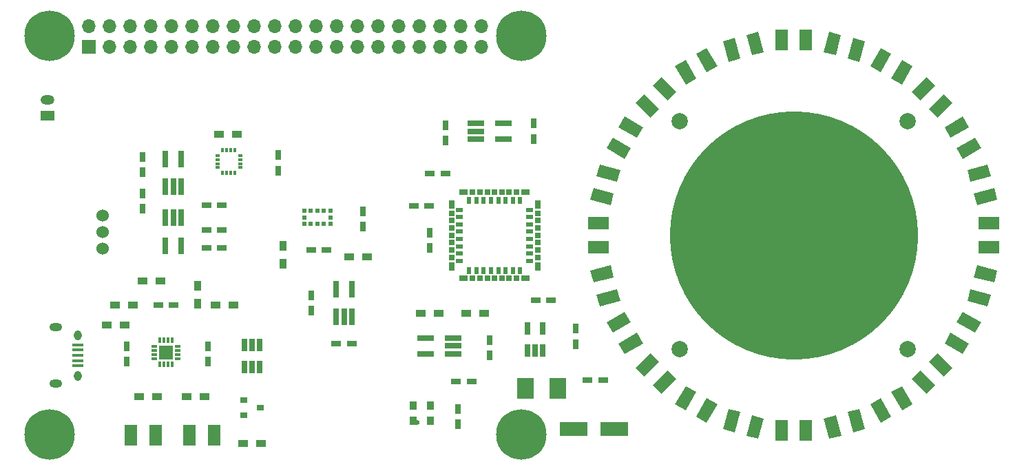
<source format=gts>
G04 #@! TF.FileFunction,Soldermask,Top*
%FSLAX46Y46*%
G04 Gerber Fmt 4.6, Leading zero omitted, Abs format (unit mm)*
G04 Created by KiCad (PCBNEW 4.0.6) date 08/02/17 22:49:11*
%MOMM*%
%LPD*%
G01*
G04 APERTURE LIST*
%ADD10C,0.100000*%
%ADD11R,0.610000X0.320000*%
%ADD12R,0.320000X0.610000*%
%ADD13C,30.500000*%
%ADD14C,6.200000*%
%ADD15R,1.200000X0.750000*%
%ADD16R,0.750000X1.200000*%
%ADD17R,1.500000X2.600000*%
%ADD18R,2.600000X1.500000*%
%ADD19R,1.700000X1.700000*%
%ADD20O,1.700000X1.700000*%
%ADD21R,1.350000X0.400000*%
%ADD22O,0.950000X1.250000*%
%ADD23O,1.550000X1.000000*%
%ADD24R,1.700000X1.200000*%
%ADD25O,1.700000X1.200000*%
%ADD26R,2.000000X2.500000*%
%ADD27R,0.650000X1.560000*%
%ADD28R,0.900000X0.800000*%
%ADD29R,1.200000X0.900000*%
%ADD30R,0.900000X1.200000*%
%ADD31C,1.524000*%
%ADD32R,2.000000X0.650000*%
%ADD33R,0.650000X2.000000*%
%ADD34R,0.500000X0.500000*%
%ADD35R,0.900000X1.000000*%
%ADD36R,0.750000X0.300000*%
%ADD37R,0.300000X0.750000*%
%ADD38R,0.900000X0.900000*%
%ADD39C,2.000000*%
%ADD40R,3.500000X1.800000*%
%ADD41R,0.840000X0.500000*%
%ADD42R,0.500000X0.840000*%
%ADD43R,0.650000X1.100000*%
%ADD44R,0.650000X0.650000*%
%ADD45R,1.100000X0.650000*%
G04 APERTURE END LIST*
D10*
D11*
X124700000Y-79870000D03*
X124700000Y-79370000D03*
X124700000Y-78870000D03*
X124700000Y-78370000D03*
X121910000Y-79870000D03*
X121910000Y-79370000D03*
X121910000Y-78870000D03*
X121910000Y-78370000D03*
D12*
X124050000Y-77720000D03*
X123550000Y-77720000D03*
X123050000Y-77720000D03*
X122550000Y-77720000D03*
X124050000Y-80520000D03*
X123550000Y-80520000D03*
X123050000Y-80520000D03*
X122550000Y-80520000D03*
D13*
X192790000Y-88190000D03*
D14*
X159290000Y-63690000D03*
X159290000Y-112690000D03*
X101290000Y-112690000D03*
X101290000Y-63690000D03*
D15*
X162950000Y-96200000D03*
X161050000Y-96200000D03*
D16*
X166000000Y-99650000D03*
X166000000Y-101550000D03*
D15*
X169350000Y-106000000D03*
X167450000Y-106000000D03*
X149950000Y-80600000D03*
X148050000Y-80600000D03*
D16*
X150000000Y-76550000D03*
X150000000Y-74650000D03*
D15*
X146050000Y-84600000D03*
X147950000Y-84600000D03*
D16*
X160800000Y-74450000D03*
X160800000Y-76350000D03*
X148000000Y-87850000D03*
X148000000Y-89750000D03*
X151500000Y-109550000D03*
X151500000Y-111450000D03*
D15*
X151250000Y-106200000D03*
X153150000Y-106200000D03*
D16*
X155400000Y-102950000D03*
X155400000Y-101050000D03*
D15*
X136550000Y-101500000D03*
X138450000Y-101500000D03*
D16*
X133500000Y-95550000D03*
X133500000Y-97450000D03*
D15*
X135350000Y-90000000D03*
X133450000Y-90000000D03*
D16*
X112750000Y-83050000D03*
X112750000Y-84950000D03*
D15*
X120550000Y-84500000D03*
X122450000Y-84500000D03*
D16*
X129380000Y-80230000D03*
X129380000Y-78330000D03*
X112750000Y-78550000D03*
X112750000Y-80450000D03*
D15*
X120550000Y-87500000D03*
X122450000Y-87500000D03*
X120550000Y-89750000D03*
X122450000Y-89750000D03*
X116550000Y-96800000D03*
X114650000Y-96800000D03*
D16*
X110800000Y-103750000D03*
X110800000Y-101850000D03*
X120800000Y-101850000D03*
X120800000Y-103750000D03*
X139800000Y-87150000D03*
X139800000Y-85250000D03*
D17*
X194290000Y-64190000D03*
X191290000Y-64190000D03*
D10*
G36*
X201509798Y-64326640D02*
X200836869Y-66838047D01*
X199387980Y-66449818D01*
X200060909Y-63938411D01*
X201509798Y-64326640D01*
X201509798Y-64326640D01*
G37*
G36*
X198612020Y-63550182D02*
X197939091Y-66061589D01*
X196490202Y-65673360D01*
X197163131Y-63161953D01*
X198612020Y-63550182D01*
X198612020Y-63550182D01*
G37*
G36*
X207388557Y-67404557D02*
X206088557Y-69656223D01*
X204789519Y-68906223D01*
X206089519Y-66654557D01*
X207388557Y-67404557D01*
X207388557Y-67404557D01*
G37*
G36*
X204790481Y-65904557D02*
X203490481Y-68156223D01*
X202191443Y-67406223D01*
X203491443Y-65154557D01*
X204790481Y-65904557D01*
X204790481Y-65904557D01*
G37*
G36*
X212270792Y-71891188D02*
X210432314Y-73729666D01*
X209371654Y-72669006D01*
X211210132Y-70830528D01*
X212270792Y-71891188D01*
X212270792Y-71891188D01*
G37*
G36*
X210149472Y-69769868D02*
X208310994Y-71608346D01*
X207250334Y-70547686D01*
X209088812Y-68709208D01*
X210149472Y-69769868D01*
X210149472Y-69769868D01*
G37*
D18*
X216790000Y-89690000D03*
X216790000Y-86690000D03*
D10*
G36*
X216645580Y-96911455D02*
X214134173Y-96238526D01*
X214522402Y-94789637D01*
X217033809Y-95462566D01*
X216645580Y-96911455D01*
X216645580Y-96911455D01*
G37*
G36*
X217422038Y-94013677D02*
X214910631Y-93340748D01*
X215298860Y-91891859D01*
X217810267Y-92564788D01*
X217422038Y-94013677D01*
X217422038Y-94013677D01*
G37*
G36*
X213575443Y-102788557D02*
X211323777Y-101488557D01*
X212073777Y-100189519D01*
X214325443Y-101489519D01*
X213575443Y-102788557D01*
X213575443Y-102788557D01*
G37*
G36*
X215075443Y-100190481D02*
X212823777Y-98890481D01*
X213573777Y-97591443D01*
X215825443Y-98891443D01*
X215075443Y-100190481D01*
X215075443Y-100190481D01*
G37*
G36*
X209088812Y-107670792D02*
X207250334Y-105832314D01*
X208310994Y-104771654D01*
X210149472Y-106610132D01*
X209088812Y-107670792D01*
X209088812Y-107670792D01*
G37*
G36*
X211210132Y-105549472D02*
X209371654Y-103710994D01*
X210432314Y-102650334D01*
X212270792Y-104488812D01*
X211210132Y-105549472D01*
X211210132Y-105549472D01*
G37*
D17*
X191290000Y-112190000D03*
X194290000Y-112190000D03*
D10*
G36*
X184068545Y-112045580D02*
X184741474Y-109534173D01*
X186190363Y-109922402D01*
X185517434Y-112433809D01*
X184068545Y-112045580D01*
X184068545Y-112045580D01*
G37*
G36*
X186966323Y-112822038D02*
X187639252Y-110310631D01*
X189088141Y-110698860D01*
X188415212Y-113210267D01*
X186966323Y-112822038D01*
X186966323Y-112822038D01*
G37*
G36*
X178191443Y-108975443D02*
X179491443Y-106723777D01*
X180790481Y-107473777D01*
X179490481Y-109725443D01*
X178191443Y-108975443D01*
X178191443Y-108975443D01*
G37*
G36*
X180789519Y-110475443D02*
X182089519Y-108223777D01*
X183388557Y-108973777D01*
X182088557Y-111225443D01*
X180789519Y-110475443D01*
X180789519Y-110475443D01*
G37*
G36*
X173309208Y-104488812D02*
X175147686Y-102650334D01*
X176208346Y-103710994D01*
X174369868Y-105549472D01*
X173309208Y-104488812D01*
X173309208Y-104488812D01*
G37*
G36*
X175430528Y-106610132D02*
X177269006Y-104771654D01*
X178329666Y-105832314D01*
X176491188Y-107670792D01*
X175430528Y-106610132D01*
X175430528Y-106610132D01*
G37*
D18*
X168790000Y-86690000D03*
X168790000Y-89690000D03*
D10*
G36*
X168934420Y-79468545D02*
X171445827Y-80141474D01*
X171057598Y-81590363D01*
X168546191Y-80917434D01*
X168934420Y-79468545D01*
X168934420Y-79468545D01*
G37*
G36*
X168157962Y-82366323D02*
X170669369Y-83039252D01*
X170281140Y-84488141D01*
X167769733Y-83815212D01*
X168157962Y-82366323D01*
X168157962Y-82366323D01*
G37*
G36*
X172004557Y-73591443D02*
X174256223Y-74891443D01*
X173506223Y-76190481D01*
X171254557Y-74890481D01*
X172004557Y-73591443D01*
X172004557Y-73591443D01*
G37*
G36*
X170504557Y-76189519D02*
X172756223Y-77489519D01*
X172006223Y-78788557D01*
X169754557Y-77488557D01*
X170504557Y-76189519D01*
X170504557Y-76189519D01*
G37*
G36*
X176491188Y-68709208D02*
X178329666Y-70547686D01*
X177269006Y-71608346D01*
X175430528Y-69769868D01*
X176491188Y-68709208D01*
X176491188Y-68709208D01*
G37*
G36*
X174369868Y-70830528D02*
X176208346Y-72669006D01*
X175147686Y-73729666D01*
X173309208Y-71891188D01*
X174369868Y-70830528D01*
X174369868Y-70830528D01*
G37*
G36*
X215825443Y-77488557D02*
X213573777Y-78788557D01*
X212823777Y-77489519D01*
X215075443Y-76189519D01*
X215825443Y-77488557D01*
X215825443Y-77488557D01*
G37*
G36*
X214325443Y-74890481D02*
X212073777Y-76190481D01*
X211323777Y-74891443D01*
X213575443Y-73591443D01*
X214325443Y-74890481D01*
X214325443Y-74890481D01*
G37*
G36*
X203491443Y-111225443D02*
X202191443Y-108973777D01*
X203490481Y-108223777D01*
X204790481Y-110475443D01*
X203491443Y-111225443D01*
X203491443Y-111225443D01*
G37*
G36*
X206089519Y-109725443D02*
X204789519Y-107473777D01*
X206088557Y-106723777D01*
X207388557Y-108975443D01*
X206089519Y-109725443D01*
X206089519Y-109725443D01*
G37*
G36*
X169754557Y-98891443D02*
X172006223Y-97591443D01*
X172756223Y-98890481D01*
X170504557Y-100190481D01*
X169754557Y-98891443D01*
X169754557Y-98891443D01*
G37*
G36*
X171254557Y-101489519D02*
X173506223Y-100189519D01*
X174256223Y-101488557D01*
X172004557Y-102788557D01*
X171254557Y-101489519D01*
X171254557Y-101489519D01*
G37*
G36*
X182088557Y-65154557D02*
X183388557Y-67406223D01*
X182089519Y-68156223D01*
X180789519Y-65904557D01*
X182088557Y-65154557D01*
X182088557Y-65154557D01*
G37*
G36*
X179490481Y-66654557D02*
X180790481Y-68906223D01*
X179491443Y-69656223D01*
X178191443Y-67404557D01*
X179490481Y-66654557D01*
X179490481Y-66654557D01*
G37*
G36*
X217810267Y-83815212D02*
X215298860Y-84488141D01*
X214910631Y-83039252D01*
X217422038Y-82366323D01*
X217810267Y-83815212D01*
X217810267Y-83815212D01*
G37*
G36*
X217033809Y-80917434D02*
X214522402Y-81590363D01*
X214134173Y-80141474D01*
X216645580Y-79468545D01*
X217033809Y-80917434D01*
X217033809Y-80917434D01*
G37*
G36*
X197164788Y-113210267D02*
X196491859Y-110698860D01*
X197940748Y-110310631D01*
X198613677Y-112822038D01*
X197164788Y-113210267D01*
X197164788Y-113210267D01*
G37*
G36*
X200062566Y-112433809D02*
X199389637Y-109922402D01*
X200838526Y-109534173D01*
X201511455Y-112045580D01*
X200062566Y-112433809D01*
X200062566Y-112433809D01*
G37*
G36*
X167769733Y-92564788D02*
X170281140Y-91891859D01*
X170669369Y-93340748D01*
X168157962Y-94013677D01*
X167769733Y-92564788D01*
X167769733Y-92564788D01*
G37*
G36*
X168546191Y-95462566D02*
X171057598Y-94789637D01*
X171445827Y-96238526D01*
X168934420Y-96911455D01*
X168546191Y-95462566D01*
X168546191Y-95462566D01*
G37*
G36*
X188415212Y-63169733D02*
X189088141Y-65681140D01*
X187639252Y-66069369D01*
X186966323Y-63557962D01*
X188415212Y-63169733D01*
X188415212Y-63169733D01*
G37*
G36*
X185517434Y-63946191D02*
X186190363Y-66457598D01*
X184741474Y-66845827D01*
X184068545Y-64334420D01*
X185517434Y-63946191D01*
X185517434Y-63946191D01*
G37*
D17*
X118500000Y-112800000D03*
X121500000Y-112800000D03*
X111300000Y-112800000D03*
X114300000Y-112800000D03*
D19*
X106140000Y-64990000D03*
D20*
X106140000Y-62450000D03*
X108680000Y-64990000D03*
X108680000Y-62450000D03*
X111220000Y-64990000D03*
X111220000Y-62450000D03*
X113760000Y-64990000D03*
X113760000Y-62450000D03*
X116300000Y-64990000D03*
X116300000Y-62450000D03*
X118840000Y-64990000D03*
X118840000Y-62450000D03*
X121380000Y-64990000D03*
X121380000Y-62450000D03*
X123920000Y-64990000D03*
X123920000Y-62450000D03*
X126460000Y-64990000D03*
X126460000Y-62450000D03*
X129000000Y-64990000D03*
X129000000Y-62450000D03*
X131540000Y-64990000D03*
X131540000Y-62450000D03*
X134080000Y-64990000D03*
X134080000Y-62450000D03*
X136620000Y-64990000D03*
X136620000Y-62450000D03*
X139160000Y-64990000D03*
X139160000Y-62450000D03*
X141700000Y-64990000D03*
X141700000Y-62450000D03*
X144240000Y-64990000D03*
X144240000Y-62450000D03*
X146780000Y-64990000D03*
X146780000Y-62450000D03*
X149320000Y-64990000D03*
X149320000Y-62450000D03*
X151860000Y-64990000D03*
X151860000Y-62450000D03*
X154400000Y-64990000D03*
X154400000Y-62450000D03*
D21*
X104740000Y-101650000D03*
X104740000Y-102300000D03*
X104740000Y-102950000D03*
X104740000Y-103600000D03*
X104740000Y-104250000D03*
D22*
X104740000Y-100450000D03*
X104740000Y-105450000D03*
D23*
X102040000Y-99450000D03*
X102040000Y-106450000D03*
D24*
X101000000Y-73500000D03*
D25*
X101000000Y-71500000D03*
D26*
X163800000Y-107000000D03*
X159800000Y-107000000D03*
D27*
X125250000Y-104350000D03*
X126200000Y-104350000D03*
X127150000Y-104350000D03*
X127150000Y-101650000D03*
X125250000Y-101650000D03*
X126200000Y-101650000D03*
D28*
X125200000Y-108450000D03*
X125200000Y-110350000D03*
X127200000Y-109400000D03*
D29*
X154700000Y-97800000D03*
X152500000Y-97800000D03*
X149100000Y-97800000D03*
X146900000Y-97800000D03*
D30*
X130000000Y-91700000D03*
X130000000Y-89500000D03*
D29*
X140300000Y-90800000D03*
X138100000Y-90800000D03*
X122140000Y-75740000D03*
X124340000Y-75740000D03*
X110500000Y-99200000D03*
X108300000Y-99200000D03*
X109300000Y-96800000D03*
X111500000Y-96800000D03*
D30*
X119500000Y-94400000D03*
X119500000Y-96600000D03*
D29*
X114900000Y-93800000D03*
X112700000Y-93800000D03*
X118100000Y-108000000D03*
X120300000Y-108000000D03*
X112300000Y-108000000D03*
X114500000Y-108000000D03*
X123900000Y-96800000D03*
X121700000Y-96800000D03*
X127300000Y-113800000D03*
X125100000Y-113800000D03*
D31*
X107800000Y-89798980D03*
X107800000Y-87800000D03*
X107800000Y-85801020D03*
D27*
X160050000Y-102350000D03*
X161000000Y-102350000D03*
X161950000Y-102350000D03*
X161950000Y-99650000D03*
X160050000Y-99650000D03*
D32*
X153690000Y-74450000D03*
X153690000Y-75400000D03*
X153690000Y-76350000D03*
X157110000Y-76350000D03*
X157110000Y-74450000D03*
X150910000Y-102750000D03*
X150910000Y-101800000D03*
X150910000Y-100850000D03*
X147490000Y-100850000D03*
X147490000Y-102750000D03*
D33*
X136550000Y-98210000D03*
X137500000Y-98210000D03*
X138450000Y-98210000D03*
X138450000Y-94790000D03*
X136550000Y-94790000D03*
D34*
X135800000Y-86800000D03*
X135000000Y-86800000D03*
X134200000Y-86800000D03*
X133400000Y-86800000D03*
X132600000Y-86800000D03*
X132600000Y-86000000D03*
X135800000Y-86000000D03*
X132600000Y-85200000D03*
X133400000Y-85200000D03*
X134200000Y-85200000D03*
X135000000Y-85200000D03*
X135800000Y-85200000D03*
D33*
X115550000Y-82210000D03*
X116500000Y-82210000D03*
X117450000Y-82210000D03*
X117450000Y-78790000D03*
X115550000Y-78790000D03*
X117450000Y-86040000D03*
X116500000Y-86040000D03*
X115550000Y-86040000D03*
X115550000Y-89460000D03*
X117450000Y-89460000D03*
D35*
X146000000Y-111000000D03*
X148100000Y-111000000D03*
X146000000Y-109100000D03*
X148100000Y-109100000D03*
D10*
G36*
X146450000Y-110900000D02*
X146750000Y-111000000D01*
X146750000Y-111400000D01*
X146450000Y-111500000D01*
X146450000Y-110900000D01*
X146450000Y-110900000D01*
G37*
D36*
X114125000Y-101850000D03*
X114125000Y-102350000D03*
X114125000Y-102850000D03*
X114125000Y-103350000D03*
D37*
X114850000Y-104075000D03*
X115350000Y-104075000D03*
X115850000Y-104075000D03*
X116350000Y-104075000D03*
D36*
X117075000Y-103350000D03*
X117075000Y-102850000D03*
X117075000Y-102350000D03*
X117075000Y-101850000D03*
D37*
X116350000Y-101125000D03*
X115850000Y-101125000D03*
X115350000Y-101125000D03*
X114850000Y-101125000D03*
D38*
X116050000Y-103050000D03*
X116050000Y-102150000D03*
X115150000Y-103050000D03*
X115150000Y-102150000D03*
D39*
X178790000Y-74190000D03*
X206790000Y-74190000D03*
X206790000Y-102190000D03*
X178790000Y-102190000D03*
D40*
X165700000Y-112000000D03*
X170700000Y-112000000D03*
D41*
X160310000Y-91340000D03*
X160310000Y-90440000D03*
X160310000Y-89540000D03*
X160310000Y-88640000D03*
X160310000Y-87740000D03*
X160310000Y-86840000D03*
X160310000Y-85940000D03*
X160310000Y-85040000D03*
D42*
X159150000Y-83880000D03*
X158250000Y-83880000D03*
X157350000Y-83880000D03*
X156450000Y-83880000D03*
X155550000Y-83880000D03*
X154650000Y-83880000D03*
X153750000Y-83880000D03*
X152850000Y-83880000D03*
D41*
X151690000Y-85040000D03*
X151690000Y-85940000D03*
X151690000Y-86840000D03*
X151690000Y-87740000D03*
X151690000Y-88640000D03*
X151690000Y-89540000D03*
X151690000Y-90440000D03*
X151690000Y-91340000D03*
D42*
X152850000Y-92500000D03*
X153750000Y-92500000D03*
X154650000Y-92500000D03*
X155550000Y-92500000D03*
X156450000Y-92500000D03*
X157350000Y-92500000D03*
X158250000Y-92500000D03*
X159150000Y-92500000D03*
D43*
X161305000Y-92015000D03*
D44*
X161305000Y-90890000D03*
X161305000Y-89990000D03*
X161305000Y-89090000D03*
X161305000Y-88190000D03*
X161305000Y-87290000D03*
X161305000Y-86390000D03*
X161305000Y-85490000D03*
D43*
X161305000Y-84365000D03*
D45*
X159825000Y-82885000D03*
D44*
X158700000Y-82885000D03*
X157800000Y-82885000D03*
X156900000Y-82885000D03*
X156000000Y-82885000D03*
X155100000Y-82885000D03*
X154200000Y-82885000D03*
X153300000Y-82885000D03*
D45*
X152175000Y-82885000D03*
D43*
X150695000Y-84365000D03*
D44*
X150695000Y-85490000D03*
X150695000Y-86390000D03*
X150695000Y-87290000D03*
X150695000Y-88190000D03*
X150695000Y-89090000D03*
X150695000Y-89990000D03*
X150695000Y-90890000D03*
D43*
X150695000Y-92015000D03*
D45*
X152175000Y-93495000D03*
D44*
X153300000Y-93495000D03*
X154200000Y-93495000D03*
X155100000Y-93495000D03*
X156000000Y-93495000D03*
X156900000Y-93495000D03*
X157800000Y-93495000D03*
X158700000Y-93495000D03*
D45*
X159825000Y-93495000D03*
M02*

</source>
